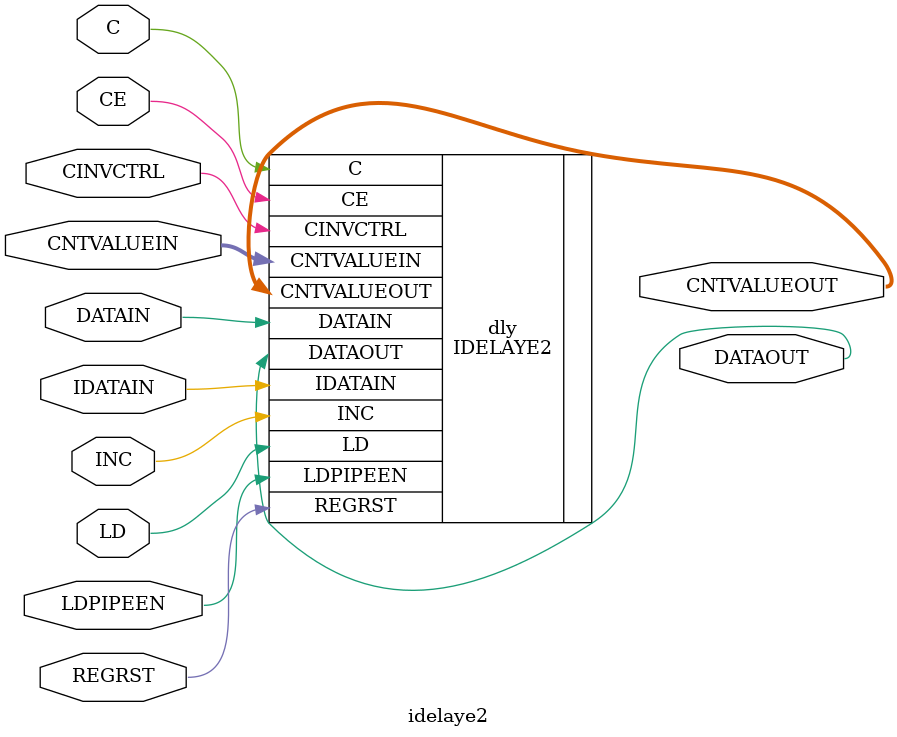
<source format=sv>
module idelaye2 (output [4:0] CNTVALUEOUT,
		 output DATAOUT,
		 input C, 
		 input CE,
		 input CINVCTRL,
		 input [4:0] CNTVALUEIN,
		 input DATAIN,
		 input IDATAIN,
		 input INC,
		 input LD,
		 input LDPIPEEN,
		 input REGRST);

    parameter CINVCTRL_SEL = "FALSE";
    parameter DELAY_SRC = "IDATAIN";
    parameter HIGH_PERFORMANCE_MODE    = "FALSE";
    parameter IDELAY_TYPE  = "FIXED";
    parameter integer IDELAY_VALUE = 0;
    parameter [0:0] IS_C_INVERTED = 1'b0;
    parameter [0:0] IS_DATAIN_INVERTED = 1'b0;
    parameter [0:0] IS_IDATAIN_INVERTED = 1'b0;
    parameter PIPE_SEL = "FALSE";
    parameter real REFCLK_FREQUENCY = 200.0;
    parameter SIGNAL_PATTERN    = "DATA";

`ifndef verilator
   
IDELAYE2
 #(
    .IDELAY_VALUE(IDELAY_VALUE),
    .IDELAY_TYPE(IDELAY_TYPE)
) dly (
       .CNTVALUEOUT,
       .DATAOUT,
       .C,
       .CE,
       .CINVCTRL,
       .CNTVALUEIN,
       .DATAIN,
       .IDATAIN,
       .INC,
       .LD,
       .LDPIPEEN,
       .REGRST);

`else
   assign CNTVALUEOUT = CNTVALUEIN;
   assign DATAOUT = DATAIN;
`endif
   
endmodule // IDELAYE2

`endcelldefine

</source>
